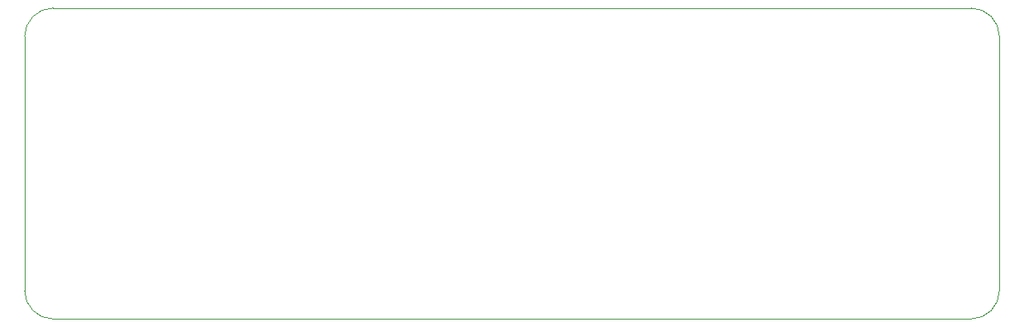
<source format=gbr>
G04 #@! TF.GenerationSoftware,KiCad,Pcbnew,(5.1.5)-2*
G04 #@! TF.CreationDate,2020-04-05T00:52:07+07:00*
G04 #@! TF.ProjectId,KIT_PIC16F1937,4b49545f-5049-4433-9136-46313933372e,rev?*
G04 #@! TF.SameCoordinates,Original*
G04 #@! TF.FileFunction,Profile,NP*
%FSLAX46Y46*%
G04 Gerber Fmt 4.6, Leading zero omitted, Abs format (unit mm)*
G04 Created by KiCad (PCBNEW (5.1.5)-2) date 2020-04-05 00:52:07*
%MOMM*%
%LPD*%
G04 APERTURE LIST*
%ADD10C,0.050000*%
G04 APERTURE END LIST*
D10*
X239395000Y-96647000D02*
G75*
G02X242316000Y-99568000I0J-2921000D01*
G01*
X242316000Y-125603000D02*
G75*
G02X239395000Y-128524000I-2921000J0D01*
G01*
X145288000Y-128524000D02*
G75*
G02X142367000Y-125603000I0J2921000D01*
G01*
X142367000Y-99568000D02*
G75*
G02X145288000Y-96647000I2921000J0D01*
G01*
X142367000Y-125603000D02*
X142367000Y-99568000D01*
X239395000Y-128524000D02*
X145288000Y-128524000D01*
X242316000Y-99568000D02*
X242316000Y-125603000D01*
X145288000Y-96647000D02*
X239395000Y-96647000D01*
M02*

</source>
